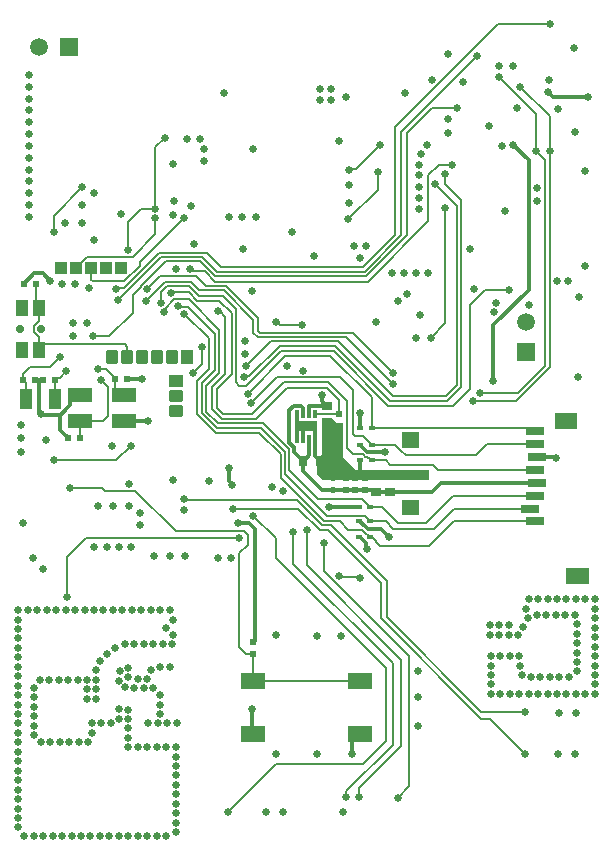
<source format=gbr>
%TF.GenerationSoftware,Altium Limited,Altium Designer,21.2.2 (38)*%
G04 Layer_Physical_Order=4*
G04 Layer_Color=16711680*
%FSLAX45Y45*%
%MOMM*%
%TF.SameCoordinates,215B76EA-4B9E-490E-954B-DD862D4548B8*%
%TF.FilePolarity,Positive*%
%TF.FileFunction,Copper,L4,Bot,Signal*%
%TF.Part,Single*%
G01*
G75*
%TA.AperFunction,SMDPad,CuDef*%
%ADD13R,0.60000X0.50000*%
%ADD14R,0.80000X0.90000*%
%ADD18R,0.90000X0.80000*%
%ADD19R,0.50000X0.60000*%
%ADD21R,0.50000X0.30000*%
%ADD49R,0.30000X0.50000*%
%TA.AperFunction,Conductor*%
%ADD66C,0.20000*%
%ADD67C,0.30000*%
%TA.AperFunction,ComponentPad*%
%ADD70C,0.70000*%
G04:AMPARAMS|DCode=71|XSize=1.2mm|YSize=1.1mm|CornerRadius=0.275mm|HoleSize=0mm|Usage=FLASHONLY|Rotation=0.000|XOffset=0mm|YOffset=0mm|HoleType=Round|Shape=RoundedRectangle|*
%AMROUNDEDRECTD71*
21,1,1.20000,0.55000,0,0,0.0*
21,1,0.65000,1.10000,0,0,0.0*
1,1,0.55000,0.32500,-0.27500*
1,1,0.55000,-0.32500,-0.27500*
1,1,0.55000,-0.32500,0.27500*
1,1,0.55000,0.32500,0.27500*
%
%ADD71ROUNDEDRECTD71*%
%ADD72R,1.20000X1.10000*%
G04:AMPARAMS|DCode=73|XSize=1.2mm|YSize=1.1mm|CornerRadius=0.275mm|HoleSize=0mm|Usage=FLASHONLY|Rotation=270.000|XOffset=0mm|YOffset=0mm|HoleType=Round|Shape=RoundedRectangle|*
%AMROUNDEDRECTD73*
21,1,1.20000,0.55000,0,0,270.0*
21,1,0.65000,1.10000,0,0,270.0*
1,1,0.55000,-0.27500,-0.32500*
1,1,0.55000,-0.27500,0.32500*
1,1,0.55000,0.27500,0.32500*
1,1,0.55000,0.27500,-0.32500*
%
%ADD73ROUNDEDRECTD73*%
%ADD74R,1.10000X1.20000*%
%ADD75C,1.50000*%
%ADD76R,1.50000X1.50000*%
G04:AMPARAMS|DCode=77|XSize=1.1mm|YSize=1.1mm|CornerRadius=0.275mm|HoleSize=0mm|Usage=FLASHONLY|Rotation=90.000|XOffset=0mm|YOffset=0mm|HoleType=Round|Shape=RoundedRectangle|*
%AMROUNDEDRECTD77*
21,1,1.10000,0.55000,0,0,90.0*
21,1,0.55000,1.10000,0,0,90.0*
1,1,0.55000,0.27500,0.27500*
1,1,0.55000,0.27500,-0.27500*
1,1,0.55000,-0.27500,-0.27500*
1,1,0.55000,-0.27500,0.27500*
%
%ADD77ROUNDEDRECTD77*%
%ADD78R,1.10000X1.10000*%
%ADD79R,1.50000X1.50000*%
%TA.AperFunction,ViaPad*%
%ADD80C,0.65000*%
%TA.AperFunction,SMDPad,CuDef*%
%ADD81R,1.95000X0.95000*%
%ADD82R,0.30000X0.70000*%
%ADD83R,2.00000X1.20000*%
%TA.AperFunction,ConnectorPad*%
%ADD84R,1.05000X1.40000*%
%TA.AperFunction,SMDPad,CuDef*%
%ADD85R,2.10000X1.40000*%
%ADD86R,1.50000X0.80000*%
%ADD87R,1.00000X1.80000*%
G36*
X4790001Y3500000D02*
X4600001D01*
Y3640000D01*
X4790001D01*
Y3500000D01*
D02*
G37*
G36*
X3450001Y3345000D02*
X3310001D01*
Y3475000D01*
X3450001D01*
Y3345000D01*
D02*
G37*
G36*
X2760000Y3550000D02*
X2810000D01*
Y3270000D01*
X2920000Y3160000D01*
X3540000D01*
Y3070000D01*
X2640000D01*
X2590000Y3120000D01*
Y3255000D01*
X2595000D01*
X2630000Y3290000D01*
Y3600000D01*
X2710000D01*
X2760000Y3550000D01*
D02*
G37*
G36*
X3450001Y2775000D02*
X3310001D01*
Y2905000D01*
X3450001D01*
Y2775000D01*
D02*
G37*
G36*
X4890001Y2190000D02*
X4700001D01*
Y2330000D01*
X4890001D01*
Y2190000D01*
D02*
G37*
D13*
X2770000Y3530000D02*
D03*
Y3630000D02*
D03*
X2830001Y2990000D02*
D03*
Y3090000D02*
D03*
X2910001Y2990000D02*
D03*
Y3089999D02*
D03*
X2990001Y2990000D02*
D03*
Y3089999D02*
D03*
X2050000Y1600000D02*
D03*
Y1700000D02*
D03*
D14*
X2470000Y3230000D02*
D03*
X2610000D02*
D03*
D18*
X2670000Y3700000D02*
D03*
Y3560000D02*
D03*
X3090000Y3110000D02*
D03*
Y2970000D02*
D03*
X3210000Y3110000D02*
D03*
Y2970000D02*
D03*
D19*
X480000Y3430000D02*
D03*
X580000D02*
D03*
X980000Y3930000D02*
D03*
X880000D02*
D03*
X270000Y3920000D02*
D03*
X370000D02*
D03*
X200000D02*
D03*
X100000D02*
D03*
X210000Y4730000D02*
D03*
X110000D02*
D03*
D21*
X3040001Y2590000D02*
D03*
X2940000D02*
D03*
X3040001Y2720000D02*
D03*
X2940000D02*
D03*
X3040001Y2840000D02*
D03*
X2940000D02*
D03*
X3050001Y3240000D02*
D03*
X2950000D02*
D03*
X3050001Y3370000D02*
D03*
X2950000D02*
D03*
X3050001Y3510000D02*
D03*
X2950000D02*
D03*
D49*
X2720001Y2990000D02*
D03*
Y3090000D02*
D03*
D66*
X360000Y5170000D02*
Y5310000D01*
X3250000Y3370000D02*
X3285001Y3334999D01*
X2980000Y3440000D02*
X3035001Y3385000D01*
Y3375000D02*
Y3385000D01*
Y3375000D02*
X3040001Y3370000D01*
X3060000D01*
X3050001D02*
X3250000D01*
X2700000Y4120000D02*
X3050001Y3770000D01*
Y3510000D02*
Y3770000D01*
Y3510000D02*
X4410001D01*
X2910000Y3440000D02*
X2980000D01*
X3025001Y2595000D02*
X3035001D01*
X3040001Y2590000D01*
X2854142Y2650000D02*
X2971006D01*
X3040001Y2590000D02*
X3050001D01*
X2996716Y2623284D02*
X3025001Y2595000D01*
X3087500Y2542500D02*
Y2552500D01*
X2971006Y2650000D02*
X2996716Y2624290D01*
X3050001Y2590000D02*
X3087500Y2552500D01*
Y2542500D02*
X3120000Y2510000D01*
X2996716Y2623284D02*
Y2624290D01*
X3120000Y2510000D02*
X3540000D01*
X2710007Y2690000D02*
X3180000Y2220007D01*
X2630000Y2690000D02*
X2710007D01*
X3180000Y1910000D02*
Y2220007D01*
X2610000Y2650000D02*
X2680000D01*
X3130000Y1900000D02*
Y2200000D01*
X2680000Y2650000D02*
X3130000Y2200000D01*
X2248683Y3940000D02*
X2780000D01*
X2330000Y3850000D02*
X2670003D01*
X2070000Y3590000D02*
X2330000Y3850000D01*
X2670003D02*
X2770000Y3750003D01*
X2680000Y3900000D02*
X2840000Y3740000D01*
X2310000Y3900000D02*
X2680000D01*
X2040000Y3630000D02*
X2310000Y3900000D01*
X2780000Y3940000D02*
X2890000Y3830000D01*
X2029341Y3720659D02*
X2248683Y3940000D01*
X3010000Y3270000D02*
X3035001Y3245000D01*
X3045001D01*
X3050001Y3240000D01*
X2983432Y3280000D02*
X2985355D01*
X2890000Y3290000D02*
X2973432D01*
X2983432Y3280000D01*
X2995355Y3270000D02*
X3010000D01*
X2985355Y3280000D02*
X2995355Y3270000D01*
X2840000Y3340000D02*
X2890000Y3290000D01*
X210000Y4555000D02*
Y4730000D01*
Y4555000D02*
X235000Y4530000D01*
X3880000Y3840000D02*
Y4550000D01*
X4010000Y4680000D01*
X4210000D01*
X4130000Y6480000D02*
X4440000Y6170000D01*
Y5860000D02*
Y6170000D01*
X4310000Y6400000D02*
X4560000Y6150000D01*
Y5860000D02*
Y6150000D01*
X4440000Y5860000D02*
X4520000Y5780000D01*
X3299646Y3320000D02*
X3300000D01*
X3285001Y3334645D02*
Y3334999D01*
X3340000Y3280000D02*
X3930000D01*
X3300000Y3320000D02*
X3340000Y3280000D01*
X3285001Y3334645D02*
X3299646Y3320000D01*
X3540000Y2510000D02*
X3750000Y2720000D01*
X2779143Y2725000D02*
X2854142Y2650000D01*
X2670000Y2770000D02*
X2990000D01*
X3025001Y2735000D01*
X2315000Y3125000D02*
X2670000Y2770000D01*
X3040001Y2720000D02*
X3170000D01*
X3030001D02*
X3040001D01*
X2600000Y2910000D02*
X2970000D01*
X3025001Y2855000D01*
X2350000Y3160000D02*
X2600000Y2910000D01*
X2320000Y4120000D02*
X2700000D01*
X2000000Y3800000D02*
X2320000Y4120000D01*
X2280000Y4160000D02*
X2730000D01*
X3190000Y3700000D01*
X1990000Y3870000D02*
X2280000Y4160000D01*
X2740000Y4210000D02*
X3210000Y3740000D01*
X2015585Y3951952D02*
X2273634Y4210000D01*
X2765000Y4245000D02*
X3230000Y3780000D01*
X2199341Y4245000D02*
X2765000D01*
X2273634Y4210000D02*
X2740000D01*
X1990000Y4035659D02*
X2199341Y4245000D01*
X2830000Y4280000D02*
X3230000Y3880000D01*
X2050000Y4320000D02*
X2090000Y4280000D01*
X2830000D01*
X2090000Y4331716D02*
Y4440000D01*
X2890000Y4320000D02*
X3230000Y3980000D01*
X2101716Y4320000D02*
X2890000D01*
X2090000Y4331716D02*
X2101716Y4320000D01*
X2244216Y4410000D02*
X2274216Y4380000D01*
X2240000Y4410000D02*
X2244216D01*
X2274216Y4380000D02*
X2460000D01*
X2840000Y3340000D02*
Y3740000D01*
X2770000Y3630000D02*
Y3750003D01*
X2500000Y2350000D02*
Y2650000D01*
Y2350000D02*
X3300000Y1550000D01*
Y820000D02*
Y1550000D01*
X2386250Y2363750D02*
X3230000Y1520000D01*
Y830000D02*
Y1520000D01*
X2386250Y2363750D02*
Y2633750D01*
X3170000Y860000D02*
Y1480000D01*
X2240000Y2410000D02*
X3170000Y1480000D01*
X2240000Y2410000D02*
Y2580000D01*
X2045000Y1368001D02*
X2955000D01*
X2045000D02*
Y1595000D01*
X1990000Y1600000D02*
X2050000D01*
X1930000Y1660000D02*
X1990000Y1600000D01*
X1930000Y1660000D02*
Y2450000D01*
X2045000Y1595000D02*
X2050000Y1600000D01*
X2775659Y2255659D02*
X2783488Y2247829D01*
X2942171D01*
X2650000Y2300000D02*
X3370000Y1580000D01*
X2942171Y2247829D02*
X2950000Y2240000D01*
X2650000Y2300000D02*
Y2540000D01*
X3370000Y480000D02*
Y1580000D01*
X3980000Y1050000D02*
X4050000D01*
X3130000Y1900000D02*
X3980000Y1050000D01*
Y1110000D02*
X4350000D01*
X3180000Y1910000D02*
X3980000Y1110000D01*
X771089Y3000000D02*
X791089Y2980000D01*
X500000Y3000000D02*
X771089D01*
X1050000Y2980000D02*
X1392500Y2637500D01*
X791089Y2980000D02*
X1050000D01*
X1392500Y2637500D02*
X1970784D01*
X360000Y3240000D02*
X890000D01*
X630000Y2580000D02*
X1930000D01*
X470000Y2420000D02*
X630000Y2580000D01*
X470000Y2080000D02*
Y2420000D01*
X2000000Y2520000D02*
Y2608284D01*
X1970784Y2637500D02*
X2000000Y2608284D01*
X1930000Y2450000D02*
X2000000Y2520000D01*
X2980000Y670000D02*
X3170000Y860000D01*
X2240000Y670000D02*
X2980000D01*
X2834194Y394194D02*
Y434194D01*
X2830000Y390000D02*
X2834194Y394194D01*
Y434194D02*
X3230000Y830000D01*
X2940000Y460000D02*
X3300000Y820000D01*
X2940000Y390000D02*
Y460000D01*
X3270000Y380000D02*
X3370000Y480000D01*
X1830000Y260000D02*
X2240000Y670000D01*
X2050000Y2770000D02*
X2240000Y2580000D01*
X3550000Y4275000D02*
X3675000Y4400000D01*
Y5375000D01*
X3590000Y5580000D02*
X3775000Y5395000D01*
Y3875000D02*
Y5395000D01*
X3810000Y3860000D02*
Y5440000D01*
X3670000Y5580000D02*
Y5660000D01*
Y5580000D02*
X3810000Y5440000D01*
X3250000Y5143995D02*
Y6062500D01*
X4120000Y6932500D01*
X2981005Y4875000D02*
X3250000Y5143995D01*
X2990503Y4835000D02*
X3300000Y5144497D01*
Y6020000D01*
X3940000Y6660000D01*
X3350000Y5145000D02*
Y6010000D01*
X3557500Y6217500D01*
X3005000Y4800000D02*
X3350000Y5145000D01*
X1775000Y4875000D02*
X2981005D01*
X1655000Y4995000D02*
X1775000Y4875000D01*
X1249497Y4995000D02*
X1655000D01*
X1267500Y4960000D02*
X1615000D01*
X1740000Y4835000D01*
X2990503D01*
X1308683Y4925000D02*
X1600000D01*
X1635503Y4840000D02*
X1725503Y4750000D01*
X1536393Y4840000D02*
X1635503D01*
X1600000Y4925000D02*
X1725000Y4800000D01*
X1725503Y4750000D02*
X3020000D01*
X1725000Y4800000D02*
X3005000D01*
X1095000Y4711317D02*
X1308683Y4925000D01*
X902500Y4595000D02*
X1267500Y4960000D01*
X950000Y4695503D02*
X1249497Y4995000D01*
X1522177Y4854216D02*
X1536393Y4840000D01*
X1565001Y4795000D02*
X1645001Y4715000D01*
X1152500Y4687500D02*
X1260000Y4795000D01*
X1565001D01*
X1510000Y4854216D02*
X1522177D01*
X1142500Y4590000D02*
X1300000Y4747500D01*
X1589497Y4680000D02*
X1800000D01*
X1645001Y4715000D02*
X1815000D01*
X1300000Y4747500D02*
X1521997D01*
X1815000Y4715000D02*
X2090000Y4440000D01*
X3020000Y4750000D02*
X3530000Y5260000D01*
X1800000Y4680000D02*
X2050000Y4430000D01*
X1521997Y4747500D02*
X1589497Y4680000D01*
X895503Y4695503D02*
X950000D01*
X887500Y4687500D02*
X895503Y4695503D01*
X1090000Y4885000D02*
Y4920000D01*
X957500Y4752500D02*
X1090000Y4885000D01*
X688716Y4752500D02*
X957500D01*
X677000Y4764216D02*
X688716Y4752500D01*
X677000Y4764216D02*
Y4865000D01*
X3557500Y6217500D02*
X3772500D01*
X4120000Y6932500D02*
X4557500D01*
X3530000Y5260000D02*
Y5650000D01*
X1095000Y4705000D02*
Y4711317D01*
X1027500Y4637500D02*
X1095000Y4705000D01*
X1027500Y4485000D02*
Y4637500D01*
X830000Y4287500D02*
X1027500Y4485000D01*
X690000Y4287500D02*
X830000D01*
X330000Y4030000D02*
X410000Y4110000D01*
X1412932Y4538158D02*
X1491842D01*
X1459341Y4480658D02*
X1670000Y4270000D01*
X1321183Y4712500D02*
X1507500D01*
X1269341Y4660658D02*
X1321183Y4712500D01*
X1269341Y4570658D02*
Y4660658D01*
X1292500Y4490000D02*
X1301110Y4498610D01*
X1380000Y4600000D02*
X1500000D01*
X1301110Y4521110D02*
X1380000Y4600000D01*
X1301110Y4498610D02*
Y4521110D01*
X1408591Y4542500D02*
X1412932Y4538158D01*
X1355000Y4660000D02*
X1500000D01*
X1350000Y4655000D02*
X1355000Y4660000D01*
X1670000Y4010000D02*
Y4270000D01*
X1570000Y3910000D02*
X1670000Y4010000D01*
X642754Y4960000D02*
X1030000D01*
X550000Y4865000D02*
Y4867246D01*
X642754Y4960000D01*
X4520000Y4040000D02*
Y5780000D01*
X4290000Y3810000D02*
X4520000Y4040000D01*
X3970000Y3810000D02*
X4290000D01*
X3210000Y3740000D02*
X3690000D01*
X3190000Y3700000D02*
X3740000D01*
X3230000Y3780000D02*
X3680000D01*
X2050000Y4320000D02*
Y4430000D01*
X1590000Y4630000D02*
X1790000D01*
X1507500Y4712500D02*
X1590000Y4630000D01*
X1500000Y4660000D02*
X1570000Y4590000D01*
X1760000D01*
X1500000Y4600000D02*
X1760000Y4340000D01*
Y3980000D02*
Y4340000D01*
X4560000Y4030000D02*
Y5860000D01*
X3910000Y3740000D02*
X4270000D01*
X4560000Y4030000D01*
X3690000Y3740000D02*
X3810000Y3860000D01*
X3740000Y3700000D02*
X3880000Y3840000D01*
X3680000Y3780000D02*
X3775000Y3875000D01*
X1090000Y4920000D02*
X1460000Y5290000D01*
X3620000Y5740000D02*
X3730000D01*
X3530000Y5650000D02*
X3620000Y5740000D01*
X1990000Y4035659D02*
Y4035659D01*
X2007449Y3949269D02*
X2010132Y3951952D01*
X1969342Y3940659D02*
X1977952Y3949269D01*
X2010132Y3951952D02*
X2015585D01*
X1977952Y3949269D02*
X2007449D01*
X1930000Y3870000D02*
X1990000D01*
X1900000Y3900000D02*
X1930000Y3870000D01*
X1900000Y3900000D02*
Y4520000D01*
X1740000Y3840000D02*
X1865000Y3965000D01*
X1760000Y4590000D02*
X1865000Y4485000D01*
Y3965000D02*
Y4485000D01*
X1790000Y4630000D02*
X1900000Y4520000D01*
X1491842Y4538158D02*
X1720000Y4310000D01*
Y4000000D02*
Y4310000D01*
X1752500Y4500000D02*
X1763473D01*
X1810000Y4453473D01*
X1610000Y3890000D02*
X1720000Y4000000D01*
X1650000Y3870000D02*
X1760000Y3980000D01*
X1810000Y3970000D02*
Y4453473D01*
X1700000Y3860000D02*
X1810000Y3970000D01*
X2890000Y3460000D02*
Y3830000D01*
Y3460000D02*
X2910000Y3440000D01*
X780000Y3570000D02*
X820000Y3610000D01*
X580000Y3570000D02*
X780000D01*
X820000Y3610000D02*
Y3860000D01*
X760000Y3920000D02*
X820000Y3860000D01*
X580000Y3570000D02*
X580000Y3570000D01*
X580000D02*
X580000Y3570000D01*
X730000Y4010000D02*
X800000D01*
X860000Y3950000D02*
X865000D01*
X880000Y3930000D02*
Y3935000D01*
X865000Y3950000D02*
X880000Y3935000D01*
X800000Y4010000D02*
X860000Y3950000D01*
X408713Y3938713D02*
X460000Y3990000D01*
X370000Y3920000D02*
Y3923713D01*
X385000Y3938713D01*
X408713D01*
X100000Y3920000D02*
Y3970000D01*
Y3915000D02*
Y3920000D01*
Y3970000D02*
X160000Y4030000D01*
X330000D01*
X930000Y3790000D02*
X950000D01*
X880000Y3840000D02*
X930000Y3790000D01*
X880000Y3840000D02*
Y3930000D01*
X580000Y3430000D02*
Y3570000D01*
X370000Y3760000D02*
Y3920000D01*
X120000Y3760000D02*
Y3895000D01*
X100000Y3915000D02*
X120000Y3895000D01*
X1030000Y4960000D02*
X1220000Y5150000D01*
Y5370000D02*
Y5890000D01*
X1300000Y5970000D01*
X983817Y5253817D02*
X1100000Y5370000D01*
X1220000D01*
X983817Y5017500D02*
Y5253817D01*
X1220000Y5150000D02*
Y5290000D01*
X360000Y5310000D02*
X600000Y5550000D01*
X235000Y4177500D02*
Y4281233D01*
Y4170000D02*
Y4177500D01*
X191500Y4324733D02*
Y4375267D01*
X235000Y4418767D01*
Y4530000D01*
X191500Y4324733D02*
X235000Y4281233D01*
Y4177500D02*
X277500Y4220000D01*
X960000D01*
X983000Y4197000D01*
Y4110000D02*
Y4197000D01*
X4050000Y1050000D02*
X4350000Y750000D01*
X2430000Y2830000D02*
X2610000Y2650000D01*
X1880000Y2830000D02*
X2430000D01*
X1468610Y2901390D02*
X1492826D01*
X1494216Y2900000D01*
X1460000Y2910000D02*
X1468610Y2901390D01*
X1494216Y2900000D02*
X2420000D01*
X2630000Y2690000D01*
X2280000Y3090000D02*
X2645000Y2725000D01*
X2779143D01*
X890000Y3240000D02*
X1010000Y3360000D01*
X3750000Y2720000D02*
X4430001D01*
X3750000Y2830000D02*
X4390001D01*
X3580000Y2660000D02*
X3750000Y2830000D01*
X3230000Y2660000D02*
X3580000D01*
X3170000Y2720000D02*
X3230000Y2660000D01*
X3740000Y2940000D02*
X4430001D01*
X3510000Y2710000D02*
X3740000Y2940000D01*
X3270000Y2710000D02*
X3510000D01*
X3140000Y2840000D02*
X3270000Y2710000D01*
X3040001Y2840000D02*
X3140000D01*
X4410001Y3510000D02*
X4430001Y3490000D01*
X4030000Y3380000D02*
X4430001D01*
X3930000Y3280000D02*
X4030000Y3380000D01*
X3050001Y3240000D02*
X3170000D01*
X3210000Y3200000D01*
X3570000D02*
X3610000Y3160000D01*
X4430001D01*
X3210000Y3200000D02*
X3570000D01*
X2130000Y3550000D02*
X2350000Y3330000D01*
Y3160000D02*
Y3330000D01*
X1750000Y3550000D02*
X2130000D01*
X1780000Y3590000D02*
X2070000D01*
X1790000Y3630000D02*
X2040000D01*
X1740000Y3680000D02*
X1790000Y3630000D01*
X1740000Y3680000D02*
Y3840000D01*
X2770000Y3630000D02*
X2770000Y3630000D01*
X2570000Y3630000D02*
X2770000D01*
X1700000Y3670000D02*
X1780000Y3590000D01*
X1700000Y3670000D02*
Y3860000D01*
X1650000Y3650000D02*
Y3870000D01*
X3025001Y2845000D02*
Y2855000D01*
X3030001Y2840000D02*
X3040001D01*
X3025001Y2845000D02*
X3030001Y2840000D01*
X2100000Y3470000D02*
X2280000Y3290000D01*
X2315000Y3125000D02*
Y3305000D01*
X2110000Y3510000D02*
X2315000Y3305000D01*
X2280000Y3090000D02*
Y3290000D01*
X1730000Y3470000D02*
X2100000D01*
X1739497Y3510000D02*
X2110000D01*
X1650000Y3650000D02*
X1750000Y3550000D01*
X1570000Y3630000D02*
X1730000Y3470000D01*
X1610000Y3639497D02*
X1739497Y3510000D01*
X3025001Y2725000D02*
X3030001Y2720000D01*
X3025001Y2725000D02*
Y2735000D01*
X1610000Y3639497D02*
Y3890000D01*
X1570000Y3630000D02*
Y3910000D01*
X1610000Y4050000D02*
Y4200000D01*
X1540000Y3980000D02*
X1610000Y4050000D01*
X2863765Y5706265D02*
X2916265D01*
X2856020Y5698520D02*
X2863765Y5706265D01*
X2916265D02*
X3120000Y5910000D01*
X3100000Y5530000D02*
Y5680000D01*
X2850000Y5280000D02*
X3100000Y5530000D01*
D67*
X235000Y3644471D02*
Y3920000D01*
X270000D01*
X200000D02*
X235000D01*
X195000Y4820000D02*
X270000D01*
X330000Y4760000D01*
X3011924Y3310000D02*
X3157500D01*
X3160000Y3312500D01*
X110000Y4735000D02*
X195000Y4820000D01*
X2690000Y2840000D02*
X2690000Y2840000D01*
X2940000D01*
X2950000Y3510000D02*
Y3640000D01*
Y3510000D02*
X2950000D01*
X2950000Y3640000D02*
X2950000Y3640000D01*
X2910001Y3089999D02*
X2915001D01*
X2950000Y3124999D02*
Y3240000D01*
X2915001Y3089999D02*
X2950000Y3124999D01*
X2420680Y3492500D02*
X2453180Y3525000D01*
X2420000Y3450000D02*
X2420680Y3450680D01*
X2495000Y3525000D02*
X2536820D01*
X2453180D02*
X2495000D01*
X2420680Y3450680D02*
Y3492500D01*
X2420000Y3420000D02*
Y3450000D01*
X2420680Y3557500D02*
Y3599320D01*
X2570000Y3420000D02*
Y3450000D01*
X2420000Y3600000D02*
Y3630000D01*
X2420680Y3557500D02*
X2453180Y3525000D01*
X2420000Y3600000D02*
X2420680Y3599320D01*
X2470000Y3420000D02*
Y3500000D01*
X2495000Y3525000D01*
X2536820D02*
X2569320Y3492500D01*
Y3450680D02*
Y3492500D01*
Y3450680D02*
X2570000Y3450000D01*
Y3275000D02*
Y3420000D01*
X2040000Y927000D02*
Y1130000D01*
Y927000D02*
X2045000Y922001D01*
X2880000Y867001D02*
X2935000Y922001D01*
X2880000Y750000D02*
Y867001D01*
X2935000Y922001D02*
X2955000D01*
X3131652Y2658348D02*
X3200000Y2590000D01*
X3019226Y2658348D02*
X3131652D01*
X2987574Y2690000D02*
X3019226Y2658348D01*
X2980000Y2690000D02*
X2987574D01*
X2950000Y2720000D02*
X2980000Y2690000D01*
X2940000Y2720000D02*
X2950000D01*
X3003303Y2496697D02*
Y2536697D01*
Y2496697D02*
X3010000Y2490000D01*
X2940000Y2590000D02*
X2950000D01*
X3003303Y2536697D01*
X4605000Y3265000D02*
X4610000Y3260000D01*
X4450001Y3270000D02*
X4455001Y3265000D01*
X4605000D01*
X4250000Y5910000D02*
X4380000Y5780000D01*
X4080000Y4380000D02*
X4380000Y4680000D01*
Y5780000D01*
X470000Y3445000D02*
X480000Y3435000D01*
X465000Y3445000D02*
X470000D01*
X480000Y3430000D02*
Y3435000D01*
X412426Y3497574D02*
X465000Y3445000D01*
X412426Y3497574D02*
Y3620000D01*
X2520000Y3700000D02*
X2665000D01*
X2640000Y3725000D02*
Y3730000D01*
X2632175Y3737825D02*
X2640000Y3730000D01*
X2632175Y3737825D02*
Y3787825D01*
X2665000Y3700000D02*
X2670000D01*
X2640000Y3725000D02*
X2665000Y3700000D01*
X2630000Y3790000D02*
X2632175Y3787825D01*
X2960000Y3360000D02*
Y3370000D01*
X3001924Y3320000D02*
X3011924Y3310000D01*
X3000001Y3320000D02*
X3001924D01*
X2950000Y3370000D02*
X2960000D01*
Y3360000D02*
X3000001Y3320000D01*
X950000Y3570000D02*
X1160000D01*
X1160000Y3570000D01*
X980000Y3930000D02*
X1110000D01*
X1110000Y3930000D01*
X498180Y3745000D02*
X543181Y3790000D01*
X250000Y3620000D02*
X412426D01*
X543181Y3790000D02*
X580000D01*
X498180Y3708181D02*
Y3745000D01*
X450000Y3660000D02*
X498180Y3708181D01*
X450000Y3657574D02*
Y3660000D01*
X412426Y3620000D02*
X450000Y3657574D01*
X235000Y3644471D02*
X250000Y3629471D01*
Y3620000D02*
Y3629471D01*
X110000Y4730000D02*
Y4735000D01*
X2060000Y1710000D02*
Y2660000D01*
X2050000Y1700000D02*
X2060000Y1710000D01*
X4590000Y6310000D02*
X4882500D01*
X4540000Y6360000D02*
X4590000Y6310000D01*
X1920000Y2710000D02*
X2010000D01*
X2060000Y2660000D01*
X4080000Y3910000D02*
Y4380000D01*
X1840000Y3064216D02*
X1870000Y3034216D01*
Y3030000D02*
Y3034216D01*
X1840000Y3064216D02*
Y3170000D01*
X3559999Y2970000D02*
X3640000Y3050000D01*
X4450001D01*
X3210000Y2970000D02*
X3559999D01*
X3090000D02*
X3210000D01*
X2990001Y2990000D02*
X2996214Y2983786D01*
X3076214D01*
X3090000Y2970000D01*
X2910001Y2990000D02*
X2990001D01*
X2830001Y2990000D02*
X2910001D01*
X2910001Y2990000D01*
X2720001Y2990000D02*
X2830001D01*
X2470000Y3150000D02*
X2630000Y2990000D01*
X2720001D01*
X2470000Y3150000D02*
Y3230000D01*
X2570000Y3275000D02*
X2610000Y3235000D01*
Y3230000D02*
Y3235000D01*
X2470000D02*
X2495000Y3260000D01*
X2500000D02*
X2520000Y3280000D01*
Y3420000D01*
X2495000Y3260000D02*
X2500000D01*
X2470000Y3230000D02*
Y3235000D01*
X2390000Y3310000D02*
X2440000Y3260000D01*
X2350000Y3386568D02*
Y3660000D01*
X2445000Y3260000D02*
X2470000Y3235000D01*
X2440000Y3260000D02*
X2445000D01*
X2390000Y3310000D02*
Y3346568D01*
X2350000Y3386568D02*
X2390000Y3346568D01*
X2452426Y3700000D02*
X2470000Y3682426D01*
X2390000Y3700000D02*
X2452426D01*
X2350000Y3660000D02*
X2390000Y3700000D01*
X2470000Y3630000D02*
Y3682426D01*
X2520000Y3630000D02*
Y3700000D01*
D70*
X252500Y4350000D02*
D03*
X72500D02*
D03*
D71*
X1390000Y3780000D02*
D03*
Y3653000D02*
D03*
D72*
Y3907000D02*
D03*
D73*
X1364000Y4110000D02*
D03*
X1110000D02*
D03*
X1237000D02*
D03*
X856000D02*
D03*
X983000D02*
D03*
D74*
X1491000D02*
D03*
D75*
X4360000Y4410000D02*
D03*
X236000Y6740000D02*
D03*
D76*
X4360000Y4156000D02*
D03*
D77*
X931000Y4865000D02*
D03*
X804000D02*
D03*
X677000D02*
D03*
X550000D02*
D03*
D78*
X423000D02*
D03*
D79*
X490000Y6740000D02*
D03*
D80*
X360000Y5170000D02*
D03*
X250000Y3630000D02*
D03*
X2810000Y260000D02*
D03*
X2300000D02*
D03*
X2160000D02*
D03*
X330000Y4760000D02*
D03*
X4180304Y5351369D02*
D03*
X3160000Y3312500D02*
D03*
X2950000Y3640000D02*
D03*
X3230000Y3980000D02*
D03*
Y3880000D02*
D03*
X2300000Y2980000D02*
D03*
X1460000Y2820000D02*
D03*
X1370000Y3070000D02*
D03*
X2050000Y5870000D02*
D03*
X930000Y5320001D02*
D03*
X3010000Y2490000D02*
D03*
X3090000Y4410000D02*
D03*
X3920000Y4690000D02*
D03*
X4450000Y5540000D02*
D03*
Y5430000D02*
D03*
X4150000Y5900000D02*
D03*
X4040000Y6070000D02*
D03*
X4630000Y6210000D02*
D03*
X2630000Y3790000D02*
D03*
X2470000Y3997500D02*
D03*
X850000Y3360000D02*
D03*
X1160000Y3570000D02*
D03*
X1110000Y3930000D02*
D03*
X1550000Y5070000D02*
D03*
X450000Y5250000D02*
D03*
X700000Y5100000D02*
D03*
X600000Y5250000D02*
D03*
Y5400000D02*
D03*
X700000Y5500000D02*
D03*
X150000Y6500000D02*
D03*
Y6400000D02*
D03*
Y6300000D02*
D03*
Y6200000D02*
D03*
Y6100000D02*
D03*
Y6000000D02*
D03*
Y5900000D02*
D03*
Y5800000D02*
D03*
Y5700000D02*
D03*
Y5600000D02*
D03*
Y5500000D02*
D03*
Y5400000D02*
D03*
Y5300000D02*
D03*
X90000Y4170000D02*
D03*
Y4530000D02*
D03*
X4640000Y1100000D02*
D03*
X4780000D02*
D03*
X4770000Y750000D02*
D03*
X4630000D02*
D03*
X2790000Y1750000D02*
D03*
X2590000D02*
D03*
X2240000Y1760000D02*
D03*
X2040000Y1130000D02*
D03*
X2240000Y750000D02*
D03*
X2590000D02*
D03*
X2880000D02*
D03*
X3440000Y990000D02*
D03*
Y1230000D02*
D03*
Y1450000D02*
D03*
X2380000Y5170000D02*
D03*
X2560000Y4970000D02*
D03*
X1960000Y5030000D02*
D03*
X2040000Y4670000D02*
D03*
X1390000Y4860000D02*
D03*
X1370000Y5750000D02*
D03*
X1630000Y5770000D02*
D03*
Y5870000D02*
D03*
X1600000Y5960000D02*
D03*
X1490000D02*
D03*
X3450000Y5370000D02*
D03*
Y5460000D02*
D03*
Y5550000D02*
D03*
Y5650000D02*
D03*
Y5740000D02*
D03*
X3470000Y5830000D02*
D03*
X3520000Y5910000D02*
D03*
X1800000Y6350000D02*
D03*
X3330000D02*
D03*
X3820000Y6440000D02*
D03*
X3560000Y6460000D02*
D03*
X3700000Y6680000D02*
D03*
X4130000Y6580000D02*
D03*
X4250000D02*
D03*
X4280000Y6220000D02*
D03*
X4310000Y6400000D02*
D03*
X4130000Y6480000D02*
D03*
X4550000Y6460000D02*
D03*
X4760000Y6730000D02*
D03*
X4770000Y6020000D02*
D03*
X4860000Y5690000D02*
D03*
Y4880000D02*
D03*
X4800000Y3940000D02*
D03*
X4810000Y4620000D02*
D03*
X4620000Y4760000D02*
D03*
X4710000D02*
D03*
X4380000Y4550000D02*
D03*
X4090000Y4490000D02*
D03*
X4100000Y4570000D02*
D03*
X3460000Y4470000D02*
D03*
X3270000Y4590000D02*
D03*
X3350000Y4650000D02*
D03*
X4610000Y3260000D02*
D03*
X3480000Y3110000D02*
D03*
X3350000D02*
D03*
X3200000Y2590000D02*
D03*
X2690000Y2840000D02*
D03*
X2740000Y3260000D02*
D03*
X2760000Y3380000D02*
D03*
X2670000Y3450000D02*
D03*
X2330000Y4040000D02*
D03*
X2240000Y4410000D02*
D03*
X2460000Y4380000D02*
D03*
X1980000Y4140000D02*
D03*
X660000Y4700000D02*
D03*
X540000Y4730000D02*
D03*
X430000D02*
D03*
X520000Y4290000D02*
D03*
Y4400000D02*
D03*
X640000D02*
D03*
X80000Y3540000D02*
D03*
Y3430000D02*
D03*
Y3310000D02*
D03*
X100000Y2710000D02*
D03*
X180000Y2410000D02*
D03*
X270000Y2320000D02*
D03*
X2950000Y2240000D02*
D03*
X3270000Y380000D02*
D03*
X2940000Y390000D02*
D03*
X2830000D02*
D03*
X2775659Y2255659D02*
D03*
X4380000Y2060000D02*
D03*
X4360000Y1980000D02*
D03*
X4210000Y1840000D02*
D03*
X4130000D02*
D03*
X4050000D02*
D03*
X4860000Y2060000D02*
D03*
X4780000D02*
D03*
X4700000D02*
D03*
X4620000D02*
D03*
X4540000D02*
D03*
X4460000D02*
D03*
X4940000Y1820000D02*
D03*
Y1900000D02*
D03*
Y1980000D02*
D03*
Y2060000D02*
D03*
Y1340000D02*
D03*
Y1420000D02*
D03*
Y1500000D02*
D03*
Y1580000D02*
D03*
Y1660000D02*
D03*
Y1740000D02*
D03*
X4620000Y1260000D02*
D03*
X4700000D02*
D03*
X4780000D02*
D03*
X4860000D02*
D03*
X4940000D02*
D03*
X4140000D02*
D03*
X4220000D02*
D03*
X4300000D02*
D03*
X4380000D02*
D03*
X4460000D02*
D03*
X4540000D02*
D03*
X4060000Y1500000D02*
D03*
Y1420000D02*
D03*
Y1340000D02*
D03*
Y1260000D02*
D03*
Y1580000D02*
D03*
X4140000D02*
D03*
X4220000D02*
D03*
X4300000D02*
D03*
X4310000Y1500000D02*
D03*
X4320000Y1420000D02*
D03*
X4400000Y1400000D02*
D03*
X4480000D02*
D03*
X4560000D02*
D03*
X4640000D02*
D03*
X4720000D02*
D03*
X4790000Y1450000D02*
D03*
Y1530000D02*
D03*
Y1610000D02*
D03*
Y1690000D02*
D03*
Y1770000D02*
D03*
Y1850000D02*
D03*
X4770000Y1930000D02*
D03*
X4690000D02*
D03*
X4610000D02*
D03*
X4530000D02*
D03*
X4450000D02*
D03*
X4370000Y1900000D02*
D03*
X4330000Y1830000D02*
D03*
X4290000Y1760000D02*
D03*
X4210000D02*
D03*
X4130000D02*
D03*
X4050000D02*
D03*
X1370000D02*
D03*
X1310000Y1820000D02*
D03*
X1370000Y1890000D02*
D03*
X1340000Y1970000D02*
D03*
X1260000D02*
D03*
X1180000D02*
D03*
X1100000D02*
D03*
X1020000D02*
D03*
X940000D02*
D03*
X860000D02*
D03*
X780000D02*
D03*
X700000D02*
D03*
X620000D02*
D03*
X540000D02*
D03*
X460000D02*
D03*
X380000D02*
D03*
X300000D02*
D03*
X220000D02*
D03*
X140000D02*
D03*
X60000Y1970000D02*
D03*
Y1890000D02*
D03*
Y1810000D02*
D03*
Y1730000D02*
D03*
Y1650000D02*
D03*
Y1570000D02*
D03*
Y1490000D02*
D03*
Y1410000D02*
D03*
Y1330000D02*
D03*
Y1250000D02*
D03*
Y1170000D02*
D03*
Y1090000D02*
D03*
Y1010000D02*
D03*
Y930000D02*
D03*
Y850000D02*
D03*
Y770000D02*
D03*
Y690000D02*
D03*
Y610000D02*
D03*
Y530000D02*
D03*
Y450000D02*
D03*
Y370000D02*
D03*
Y290000D02*
D03*
Y210000D02*
D03*
Y130000D02*
D03*
X110000Y60000D02*
D03*
X190000D02*
D03*
X270000D02*
D03*
X350000D02*
D03*
X430000D02*
D03*
X510000D02*
D03*
X590000D02*
D03*
X670000D02*
D03*
X750000D02*
D03*
X830000D02*
D03*
X910000D02*
D03*
X990000D02*
D03*
X1070000D02*
D03*
X1150000D02*
D03*
X1230000D02*
D03*
X1310000D02*
D03*
X1390000Y90000D02*
D03*
Y170000D02*
D03*
Y250000D02*
D03*
Y330000D02*
D03*
Y410000D02*
D03*
Y490000D02*
D03*
Y570000D02*
D03*
Y650000D02*
D03*
Y730000D02*
D03*
X1340000Y1490000D02*
D03*
X1260000D02*
D03*
X1180000Y1460000D02*
D03*
X1150000Y1390000D02*
D03*
X1070000D02*
D03*
X990000Y1400000D02*
D03*
Y1480000D02*
D03*
X920000Y1450000D02*
D03*
X910000Y1370000D02*
D03*
X960000Y1320000D02*
D03*
X1040000Y1310000D02*
D03*
X1120000D02*
D03*
X1200000D02*
D03*
X1260000Y1250000D02*
D03*
Y1170000D02*
D03*
Y1090000D02*
D03*
X1160000Y1010000D02*
D03*
X1240000D02*
D03*
X1320000D02*
D03*
X1400000D02*
D03*
X1390000Y810000D02*
D03*
X1310000D02*
D03*
X1230000D02*
D03*
X1150000D02*
D03*
X1070000D02*
D03*
X990000D02*
D03*
Y890000D02*
D03*
Y970000D02*
D03*
Y1050000D02*
D03*
Y1120000D02*
D03*
X910000Y1130000D02*
D03*
Y1050000D02*
D03*
X840000Y1010000D02*
D03*
X760000D02*
D03*
X680000D02*
D03*
Y930000D02*
D03*
X650000Y850000D02*
D03*
X570000D02*
D03*
X490000D02*
D03*
X410000D02*
D03*
X330000D02*
D03*
X250000D02*
D03*
X190000Y910000D02*
D03*
Y990000D02*
D03*
Y1070000D02*
D03*
Y1150000D02*
D03*
Y1230000D02*
D03*
Y1310000D02*
D03*
X240000Y1380000D02*
D03*
X320000D02*
D03*
X400000D02*
D03*
X480000D02*
D03*
X560000D02*
D03*
X640000D02*
D03*
Y1300000D02*
D03*
Y1220000D02*
D03*
X720000D02*
D03*
Y1300000D02*
D03*
Y1380000D02*
D03*
Y1460000D02*
D03*
X750000Y1540000D02*
D03*
X810000Y1600000D02*
D03*
X880000Y1650000D02*
D03*
X960000Y1680000D02*
D03*
X1040000D02*
D03*
X1120000D02*
D03*
X1200000D02*
D03*
X1280000D02*
D03*
X1360000D02*
D03*
X1860000Y2410000D02*
D03*
X1750000D02*
D03*
X1470000Y2430000D02*
D03*
X1340000D02*
D03*
X1210000D02*
D03*
X3880000Y5030000D02*
D03*
X2860000Y5570000D02*
D03*
Y5420000D02*
D03*
X4882500Y6310000D02*
D03*
X4540000Y6360000D02*
D03*
X2210000Y3010000D02*
D03*
X1670000Y3060000D02*
D03*
X1000000Y3037500D02*
D03*
X1980000Y4250000D02*
D03*
X360000Y3240000D02*
D03*
X500000Y3000000D02*
D03*
X1930000Y2580000D02*
D03*
X1920000Y2710000D02*
D03*
X290000Y3410000D02*
D03*
X1090000Y2790000D02*
D03*
X860000Y2852500D02*
D03*
X730000D02*
D03*
X1000000D02*
D03*
X1090000Y2690000D02*
D03*
X1010000Y2500000D02*
D03*
X910000D02*
D03*
X810000D02*
D03*
X700000D02*
D03*
X4250000Y5910000D02*
D03*
X4440000Y5860000D02*
D03*
X4080000Y3910000D02*
D03*
X3700000Y6010000D02*
D03*
Y6130000D02*
D03*
X2770000Y5940000D02*
D03*
X2830000Y6310000D02*
D03*
X2710000Y6290000D02*
D03*
Y6380000D02*
D03*
X2610000D02*
D03*
Y6290000D02*
D03*
X2070000Y5300000D02*
D03*
X1950000D02*
D03*
X1840000D02*
D03*
X3675000Y5375000D02*
D03*
X3550000Y4275000D02*
D03*
X3425000D02*
D03*
X3525000Y4825000D02*
D03*
X3425000D02*
D03*
X3325000D02*
D03*
X3225000D02*
D03*
X2950000Y4950000D02*
D03*
X3000000Y5050000D02*
D03*
X2900000D02*
D03*
X1510000Y4854216D02*
D03*
X1520000Y5395000D02*
D03*
X1375000Y5430000D02*
D03*
X1370000Y5317500D02*
D03*
X902500Y4595000D02*
D03*
X887500Y4687500D02*
D03*
X3772500Y6217500D02*
D03*
X1142500Y4590000D02*
D03*
X690000Y4287500D02*
D03*
X410000Y4110000D02*
D03*
X4557500Y6932500D02*
D03*
X1408591Y4542500D02*
D03*
X1350000Y4655000D02*
D03*
X1459341Y4480658D02*
D03*
X1152500Y4687500D02*
D03*
X1269341Y4570658D02*
D03*
X1292500Y4490000D02*
D03*
X3940000Y6660000D02*
D03*
X3970000Y3810000D02*
D03*
X4560000Y5860000D02*
D03*
X3910000Y3740000D02*
D03*
X3730000Y5740000D02*
D03*
X4210000Y4680000D02*
D03*
X1990000Y4035659D02*
D03*
X1969342Y3940659D02*
D03*
X1752500Y4500000D02*
D03*
X730000Y4010000D02*
D03*
X460000Y3990000D02*
D03*
X1540000Y3980000D02*
D03*
X760000Y3920000D02*
D03*
X1010000Y3360000D02*
D03*
X1880000Y2830000D02*
D03*
X1460000Y2910000D02*
D03*
X2029341Y3720659D02*
D03*
X2000000Y3800000D02*
D03*
X1460000Y5290000D02*
D03*
X3590000Y5580000D02*
D03*
X3670000Y5660000D02*
D03*
X1870000Y3030000D02*
D03*
X1840000Y3170000D02*
D03*
X1300000Y5970000D02*
D03*
X1220000Y5370000D02*
D03*
Y5290000D02*
D03*
X983817Y5017500D02*
D03*
X600000Y5550000D02*
D03*
X1830000Y260000D02*
D03*
X2050000Y2770000D02*
D03*
X4350000Y750000D02*
D03*
X2500000Y2650000D02*
D03*
X2386250Y2633750D02*
D03*
X4350000Y1110000D02*
D03*
X2650000Y2540000D02*
D03*
X470000Y2080000D02*
D03*
X1610000Y4200000D02*
D03*
X2856020Y5698520D02*
D03*
X3120000Y5910000D02*
D03*
X2850000Y5280000D02*
D03*
X3100000Y5680000D02*
D03*
D81*
X2495000Y3525000D02*
D03*
D82*
X2520000Y3420000D02*
D03*
X2470000D02*
D03*
X2570000D02*
D03*
X2470000Y3630000D02*
D03*
X2520000D02*
D03*
X2570000D02*
D03*
X2420000Y3420000D02*
D03*
Y3630000D02*
D03*
D83*
X580000Y3790000D02*
D03*
X950000D02*
D03*
Y3570000D02*
D03*
X580000D02*
D03*
D84*
X235000Y4170000D02*
D03*
Y4530000D02*
D03*
X90000Y4170000D02*
D03*
Y4530000D02*
D03*
D85*
X2045000Y1368001D02*
D03*
Y922001D02*
D03*
X2955000Y1368001D02*
D03*
Y922001D02*
D03*
D86*
X4430001Y2720000D02*
D03*
X4390001Y2830000D02*
D03*
X4430001Y2940000D02*
D03*
X4450001Y3050000D02*
D03*
X4430001Y3160000D02*
D03*
X4450001Y3270000D02*
D03*
X4430001Y3380000D02*
D03*
Y3490000D02*
D03*
D87*
X120000Y3760000D02*
D03*
X370000D02*
D03*
%TF.MD5,ae22152d27cfd2a5bc8f873add950756*%
M02*

</source>
